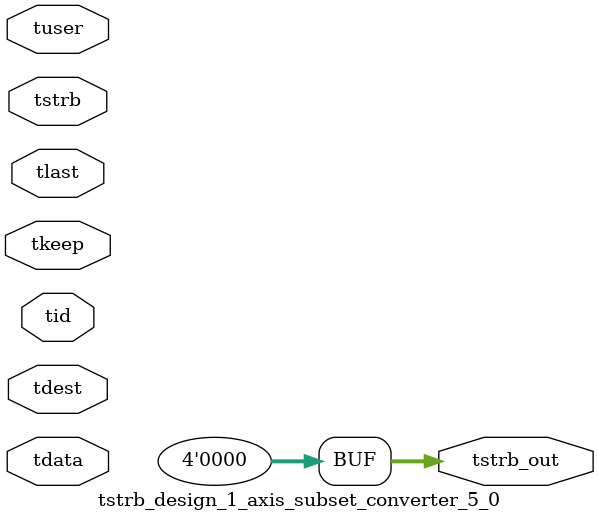
<source format=v>


`timescale 1ps/1ps

module tstrb_design_1_axis_subset_converter_5_0 #
(
parameter C_S_AXIS_TDATA_WIDTH = 32,
parameter C_S_AXIS_TUSER_WIDTH = 0,
parameter C_S_AXIS_TID_WIDTH   = 0,
parameter C_S_AXIS_TDEST_WIDTH = 0,
parameter C_M_AXIS_TDATA_WIDTH = 32
)
(
input  [(C_S_AXIS_TDATA_WIDTH == 0 ? 1 : C_S_AXIS_TDATA_WIDTH)-1:0     ] tdata,
input  [(C_S_AXIS_TUSER_WIDTH == 0 ? 1 : C_S_AXIS_TUSER_WIDTH)-1:0     ] tuser,
input  [(C_S_AXIS_TID_WIDTH   == 0 ? 1 : C_S_AXIS_TID_WIDTH)-1:0       ] tid,
input  [(C_S_AXIS_TDEST_WIDTH == 0 ? 1 : C_S_AXIS_TDEST_WIDTH)-1:0     ] tdest,
input  [(C_S_AXIS_TDATA_WIDTH/8)-1:0 ] tkeep,
input  [(C_S_AXIS_TDATA_WIDTH/8)-1:0 ] tstrb,
input                                                                    tlast,
output [(C_M_AXIS_TDATA_WIDTH/8)-1:0 ] tstrb_out
);

assign tstrb_out = {1'b0};

endmodule


</source>
